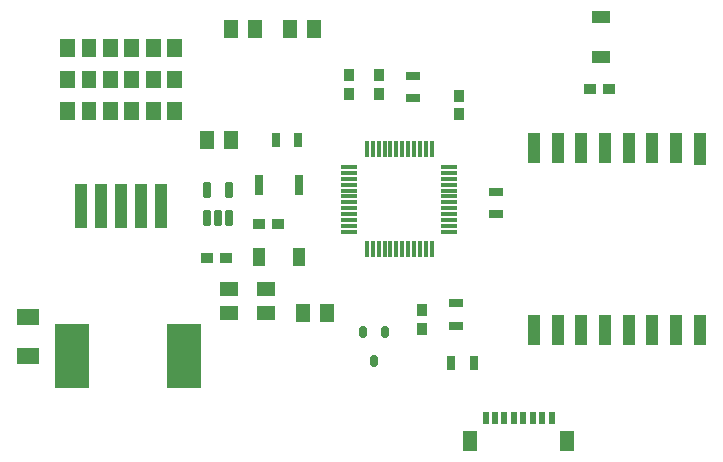
<source format=gtp>
G04*
G04 #@! TF.GenerationSoftware,Altium Limited,Altium Designer,18.0.7 (293)*
G04*
G04 Layer_Color=8421504*
%FSLAX25Y25*%
%MOIN*%
G70*
G01*
G75*
%ADD17R,0.04331X0.10236*%
%ADD18R,0.04331X0.11024*%
%ADD19R,0.02756X0.05118*%
%ADD20R,0.05118X0.02756*%
%ADD21R,0.03740X0.03937*%
%ADD22R,0.05000X0.06300*%
%ADD23R,0.03937X0.03740*%
%ADD24R,0.06299X0.04331*%
%ADD25R,0.03898X0.14921*%
G04:AMPARAMS|DCode=26|XSize=23.62mil|YSize=53.15mil|CornerRadius=1.77mil|HoleSize=0mil|Usage=FLASHONLY|Rotation=0.000|XOffset=0mil|YOffset=0mil|HoleType=Round|Shape=RoundedRectangle|*
%AMROUNDEDRECTD26*
21,1,0.02362,0.04961,0,0,0.0*
21,1,0.02008,0.05315,0,0,0.0*
1,1,0.00354,0.01004,-0.02480*
1,1,0.00354,-0.01004,-0.02480*
1,1,0.00354,-0.01004,0.02480*
1,1,0.00354,0.01004,0.02480*
%
%ADD26ROUNDEDRECTD26*%
G04:AMPARAMS|DCode=27|XSize=23.62mil|YSize=39.37mil|CornerRadius=5.91mil|HoleSize=0mil|Usage=FLASHONLY|Rotation=0.000|XOffset=0mil|YOffset=0mil|HoleType=Round|Shape=RoundedRectangle|*
%AMROUNDEDRECTD27*
21,1,0.02362,0.02756,0,0,0.0*
21,1,0.01181,0.03937,0,0,0.0*
1,1,0.01181,0.00591,-0.01378*
1,1,0.01181,-0.00591,-0.01378*
1,1,0.01181,-0.00591,0.01378*
1,1,0.01181,0.00591,0.01378*
%
%ADD27ROUNDEDRECTD27*%
%ADD28R,0.03150X0.06693*%
%ADD29R,0.01181X0.05807*%
%ADD30R,0.05807X0.01181*%
%ADD31R,0.04331X0.06299*%
%ADD32R,0.06300X0.05000*%
%ADD33R,0.07480X0.05512*%
%ADD34R,0.04724X0.06693*%
%ADD35R,0.01968X0.03937*%
%ADD36R,0.11811X0.21654*%
G36*
X68779Y137480D02*
X63858D01*
Y143465D01*
X68779D01*
Y137480D01*
D02*
G37*
G36*
X61654D02*
X56732D01*
Y143465D01*
X61654D01*
Y137480D01*
D02*
G37*
G36*
X54528D02*
X49606D01*
Y143465D01*
X54528D01*
Y137480D01*
D02*
G37*
G36*
X68779Y127126D02*
X63858D01*
Y133110D01*
X68779D01*
Y127126D01*
D02*
G37*
G36*
X61654D02*
X56732D01*
Y133110D01*
X61654D01*
Y127126D01*
D02*
G37*
G36*
X54528D02*
X49606D01*
Y133110D01*
X54528D01*
Y127126D01*
D02*
G37*
G36*
X68779Y116772D02*
X63858D01*
Y122756D01*
X68779D01*
Y116772D01*
D02*
G37*
G36*
X61654D02*
X56732D01*
Y122756D01*
X61654D01*
Y116772D01*
D02*
G37*
G36*
X54528D02*
X49606D01*
Y122756D01*
X54528D01*
Y116772D01*
D02*
G37*
G36*
X90158Y137480D02*
X85236D01*
Y143465D01*
X90158D01*
Y137480D01*
D02*
G37*
G36*
X83031D02*
X78110D01*
Y143465D01*
X83031D01*
Y137480D01*
D02*
G37*
G36*
X75906D02*
X70984D01*
Y143465D01*
X75906D01*
Y137480D01*
D02*
G37*
G36*
X90158Y127126D02*
X85236D01*
Y133110D01*
X90158D01*
Y127126D01*
D02*
G37*
G36*
X83031D02*
X78110D01*
Y133110D01*
X83031D01*
Y127126D01*
D02*
G37*
G36*
X75906D02*
X70984D01*
Y133110D01*
X75906D01*
Y127126D01*
D02*
G37*
G36*
X90158Y116772D02*
X85236D01*
Y122756D01*
X90158D01*
Y116772D01*
D02*
G37*
G36*
X83031D02*
X78110D01*
Y122756D01*
X83031D01*
Y116772D01*
D02*
G37*
G36*
X75906D02*
X70984D01*
Y122756D01*
X75906D01*
Y116772D01*
D02*
G37*
D17*
X262677Y46575D02*
D03*
X254803D02*
D03*
X246929D02*
D03*
X239055D02*
D03*
X231181D02*
D03*
X223307D02*
D03*
X215433D02*
D03*
X207559D02*
D03*
Y107205D02*
D03*
X215433D02*
D03*
X223307D02*
D03*
X231181D02*
D03*
X239055D02*
D03*
X246929D02*
D03*
X254803D02*
D03*
D18*
X262677Y106811D02*
D03*
D19*
X179882Y35512D02*
D03*
X187362D02*
D03*
X128937Y109843D02*
D03*
X121457D02*
D03*
D20*
X194921Y92638D02*
D03*
Y85158D02*
D03*
X181417Y48031D02*
D03*
Y55512D02*
D03*
X167008Y131457D02*
D03*
Y123976D02*
D03*
D21*
X182520Y124764D02*
D03*
Y118465D02*
D03*
X155669Y131535D02*
D03*
Y125236D02*
D03*
X145905Y131535D02*
D03*
Y125236D02*
D03*
X170000Y53268D02*
D03*
Y46968D02*
D03*
D22*
X114630Y146850D02*
D03*
X106630Y146850D02*
D03*
X126118Y147047D02*
D03*
X134118Y147047D02*
D03*
X138646Y52362D02*
D03*
X130646Y52362D02*
D03*
X98362Y109843D02*
D03*
X106362Y109843D02*
D03*
D23*
X232441Y126929D02*
D03*
X226142D02*
D03*
X115748Y81890D02*
D03*
X122047D02*
D03*
X98425Y70787D02*
D03*
X104724D02*
D03*
D24*
X229685Y137598D02*
D03*
Y150984D02*
D03*
D25*
X56496Y87795D02*
D03*
X63189D02*
D03*
X69882D02*
D03*
X76575D02*
D03*
X83268D02*
D03*
D26*
X98425Y84075D02*
D03*
X102165D02*
D03*
X105905D02*
D03*
Y93405D02*
D03*
X98425D02*
D03*
D27*
X157874Y45866D02*
D03*
X150394D02*
D03*
X154134Y36417D02*
D03*
D28*
X129134Y94882D02*
D03*
X115748D02*
D03*
D29*
X151772Y106843D02*
D03*
X153740D02*
D03*
X155709D02*
D03*
X157677D02*
D03*
X159646D02*
D03*
X161614D02*
D03*
X163583D02*
D03*
X165551D02*
D03*
X167520D02*
D03*
X169488D02*
D03*
X171457D02*
D03*
X173425D02*
D03*
Y73472D02*
D03*
X171457D02*
D03*
X169488D02*
D03*
X167520D02*
D03*
X165551D02*
D03*
X163583D02*
D03*
X161614D02*
D03*
X159646D02*
D03*
X157677D02*
D03*
X155709D02*
D03*
X153740D02*
D03*
X151772D02*
D03*
D30*
X179283Y100984D02*
D03*
Y99016D02*
D03*
Y97047D02*
D03*
Y95079D02*
D03*
Y93110D02*
D03*
Y91142D02*
D03*
Y89173D02*
D03*
Y87205D02*
D03*
Y85236D02*
D03*
Y83268D02*
D03*
Y81299D02*
D03*
Y79331D02*
D03*
X145913D02*
D03*
Y81299D02*
D03*
Y83268D02*
D03*
Y85236D02*
D03*
Y87205D02*
D03*
Y89173D02*
D03*
Y91142D02*
D03*
Y93110D02*
D03*
Y95079D02*
D03*
Y97047D02*
D03*
Y99016D02*
D03*
Y100984D02*
D03*
D31*
X115748Y70866D02*
D03*
X129134D02*
D03*
D32*
X105905Y52299D02*
D03*
X105905Y60299D02*
D03*
X118110Y60299D02*
D03*
X118110Y52299D02*
D03*
D33*
X38976Y50984D02*
D03*
Y37992D02*
D03*
D34*
X218504Y9646D02*
D03*
X186221D02*
D03*
D35*
X213386Y17323D02*
D03*
X210236D02*
D03*
X207087D02*
D03*
X203937D02*
D03*
X200787D02*
D03*
X197638D02*
D03*
X194488D02*
D03*
X191339D02*
D03*
D36*
X90945Y37992D02*
D03*
X53543D02*
D03*
M02*

</source>
